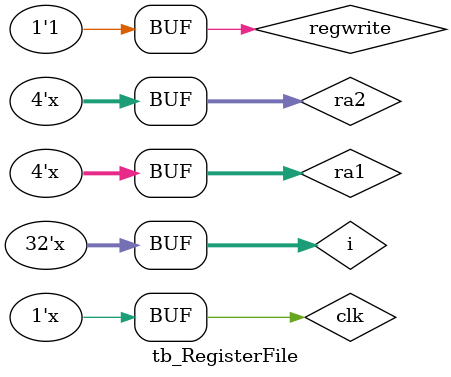
<source format=v>

module tb_RegisterFile;
reg clk;
reg rst_n;

reg  		  regwrite;
integer i;
reg  [3:0] ra1, ra2;
reg  [15:0]   wd;
wire [15:0]   rd1, rd2;
			  
RegisterFile regfil(.clk(clk), .regwrite(regwrite), .ra1(ra1), .ra2(ra2), .wd(wd), .rd1(rd1), .rd2(rd2));


localparam CLK_PERIOD = 10;


initial begin
    //initialize variables
	 clk = 0;
	 clk = 1;
	 regwrite = 0;
    ra1 = 0; ra2 =0;
    wd = 0;
	 i = 0;
    regwrite = 1;
end

always #(CLK_PERIOD/2) 
begin 
	//changes clk value every 5ps
	clk=~clk;
	
	//TODO: ADD COMMENT
	if(regwrite && clk && i < 15)
	begin
		//for(i = 0; i < 15; i=i+1)
		//begin
			ra1=i; ra2 = i+1; wd = 2;
		//end
		//regwrite = 0;
		i = i +1;
	end
end 

endmodule 
</source>
